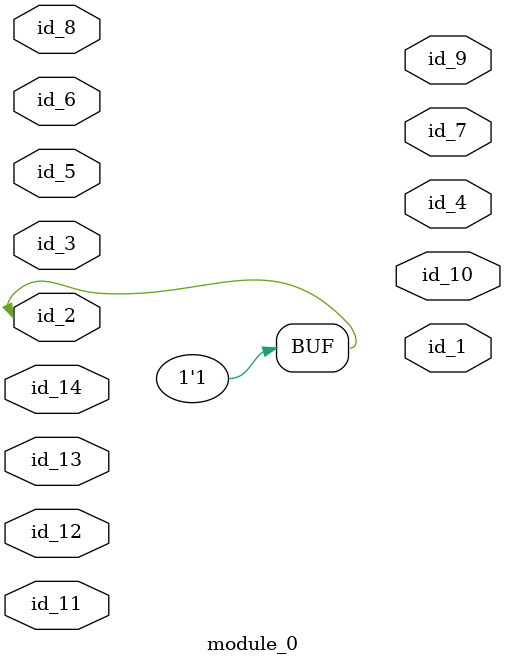
<source format=v>
module module_0 (
    id_1,
    id_2,
    id_3,
    id_4,
    id_5,
    id_6,
    id_7,
    id_8,
    id_9,
    id_10,
    id_11,
    id_12,
    id_13,
    id_14
);
  inout wire id_14;
  inout wire id_13;
  inout wire id_12;
  inout wire id_11;
  output wire id_10;
  output wire id_9;
  input wire id_8;
  output wire id_7;
  inout wire id_6;
  input wire id_5;
  output wire id_4;
  input wire id_3;
  inout wire id_2;
  output wire id_1;
  assign id_2 = 1;
  wire id_15, id_16, id_17, id_18, id_19;
endmodule
module module_1 ();
  wire id_1;
  module_0 modCall_1 (
      id_1,
      id_1,
      id_1,
      id_1,
      id_1,
      id_1,
      id_1,
      id_1,
      id_1,
      id_1,
      id_1,
      id_1,
      id_1,
      id_1
  );
endmodule

</source>
